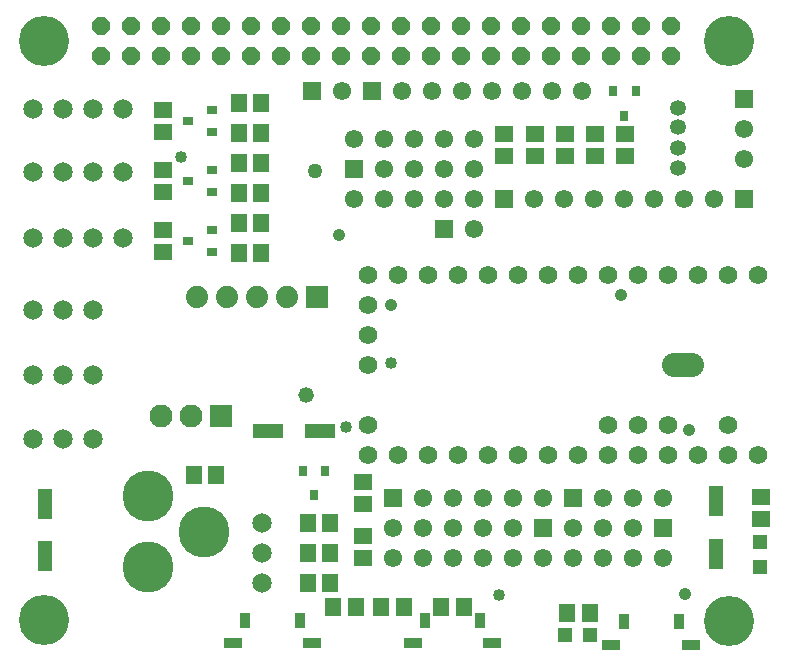
<source format=gts>
G04 DipTrace 3.1.0.1*
G04 TeensyArbotixXYZRPIV0.3.gts*
%MOIN*%
G04 #@! TF.FileFunction,Soldermask,Top*
G04 #@! TF.Part,Single*
%AMOUTLINE0*5,1,8,0,0,0.065199,-22.499571*%
%AMOUTLINE1*
4,1,4,
-0.0175,-0.025,
-0.0175,0.025,
0.0175,0.025,
0.0175,-0.025,
-0.0175,-0.025,
0*%
%AMOUTLINE2*
4,1,4,
0.0285,-0.0155,
-0.0285,-0.0155,
-0.0285,0.0155,
0.0285,0.0155,
0.0285,-0.0155,
0*%
%ADD13C,0.04*%
%ADD18C,0.05*%
%ADD29R,0.05X0.1*%
%ADD30R,0.1X0.05*%
%ADD36C,0.17*%
%ADD38C,0.065199*%
%ADD39R,0.047244X0.047244*%
%ADD40C,0.05315*%
%ADD41R,0.035433X0.031496*%
%ADD44R,0.031496X0.035433*%
%ADD47C,0.040004*%
%ADD49O,0.14X0.08*%
%ADD50C,0.06194*%
%ADD51R,0.074X0.074*%
%ADD52C,0.074*%
%ADD61C,0.167*%
%ADD63C,0.052*%
%ADD65C,0.042*%
%ADD77R,0.053181X0.061055*%
%ADD81C,0.076803*%
%ADD83R,0.076803X0.076803*%
%ADD97C,0.061055*%
%ADD99R,0.061055X0.061055*%
%ADD101R,0.061055X0.053181*%
%ADD111OUTLINE0*%
%ADD112OUTLINE1*%
%ADD113OUTLINE2*%
%FSLAX26Y26*%
G04*
G70*
G90*
G75*
G01*
G04 TopMask*
%LPD*%
D65*
X1513701Y1813701D3*
D63*
X1405634Y1282352D3*
D65*
X1688701Y1579654D3*
X2453701Y1613701D3*
X2681974Y1162998D3*
X2668701Y618701D3*
D61*
X2814961Y528402D3*
X531496Y531496D3*
Y2460630D3*
X2814961D3*
D13*
X1688701Y1388701D3*
X1538701Y1173701D3*
D18*
X1433701Y2028701D3*
D13*
X2048701Y613701D3*
X988701Y2073701D3*
D29*
X533701Y743701D3*
Y918701D3*
D30*
X1452492Y1159616D3*
X1277492D3*
D101*
X2063701Y2076299D3*
Y2151103D3*
X1593701Y811103D3*
Y736299D3*
D29*
X2770424Y926334D3*
Y751334D3*
D99*
X2193701Y838701D3*
D97*
Y738701D3*
X2093701Y838701D3*
Y738701D3*
X1993701Y838701D3*
Y738701D3*
X1893701Y838701D3*
Y738701D3*
X1793701Y838701D3*
Y738701D3*
X1693701Y838701D3*
Y738701D3*
D99*
Y938701D3*
D97*
X1793701D3*
X1893701D3*
X1993701D3*
X2093701D3*
X2193701D3*
D99*
X2593701Y838701D3*
D97*
Y738701D3*
X2493701Y838701D3*
Y738701D3*
X2393701Y838701D3*
Y738701D3*
X2293701Y838701D3*
Y738701D3*
D99*
Y938701D3*
D97*
X2393701D3*
X2493701D3*
X2593701D3*
D99*
X1563701Y2033701D3*
D97*
Y2133701D3*
X1663701Y2033701D3*
Y2133701D3*
X1763701Y2033701D3*
Y2133701D3*
X1863701Y2033701D3*
Y2133701D3*
X1963701Y2033701D3*
Y2133701D3*
D99*
X2863701Y2268701D3*
D97*
Y2168701D3*
Y2068701D3*
D36*
X878701Y943071D3*
Y706851D3*
X1063740Y824961D3*
D111*
X723229Y2410630D3*
Y2510630D3*
X823229Y2410630D3*
Y2510630D3*
X923229Y2410630D3*
Y2510630D3*
X1023229Y2410630D3*
Y2510630D3*
X1123229Y2410630D3*
Y2510630D3*
X1223229Y2410630D3*
Y2510630D3*
X1323229Y2410630D3*
Y2510630D3*
X1423229Y2410630D3*
Y2510630D3*
X1523229Y2410630D3*
Y2510630D3*
X1623229Y2410630D3*
Y2510630D3*
X1723229Y2410630D3*
Y2510630D3*
X1823229Y2410630D3*
Y2510630D3*
X1923229Y2410630D3*
Y2510630D3*
X2023229Y2410630D3*
Y2510630D3*
X2123229Y2410630D3*
Y2510630D3*
X2223229Y2410630D3*
Y2510630D3*
X2323229Y2410630D3*
Y2510630D3*
X2423229Y2410630D3*
Y2510630D3*
X2523229Y2410630D3*
Y2510630D3*
X2623229Y2410630D3*
Y2510630D3*
D38*
X493701Y1563701D3*
X593701D3*
X693701D3*
X493701Y1348701D3*
X593701D3*
X693701D3*
X493701Y1133701D3*
X593701D3*
X693701D3*
X1259574Y655848D3*
Y755848D3*
Y855848D3*
D99*
X2863701Y1933701D3*
D97*
X2763701D3*
X2663701D3*
X2563701D3*
X2463701D3*
X2363701D3*
X2263701D3*
X2163701D3*
D99*
X2063701D3*
D97*
X1963701D3*
X1863701D3*
X1763701D3*
X1663701D3*
X1563701D3*
D99*
X1423701Y2293701D3*
D97*
X1523701D3*
D99*
X1623701D3*
D97*
X1723701D3*
X1823701D3*
X1923701D3*
X2023701D3*
X2123701D3*
X2223701D3*
X2323701D3*
D99*
X1863701Y1833701D3*
D97*
X1963701D3*
D38*
X793701Y1803701D3*
X693701D3*
X593701D3*
X493701D3*
X793701Y2023701D3*
X693701D3*
X593701D3*
X493701D3*
X793701Y2233701D3*
X693701D3*
X593701D3*
X493701D3*
D39*
X2269324Y480973D3*
X2352002D3*
D40*
X2643701Y2238701D3*
Y2173701D3*
Y2103701D3*
Y2038701D3*
D39*
X2918701Y791395D3*
Y708718D3*
D41*
X1093071Y1956299D3*
Y2031103D3*
X1010394Y1993701D3*
D83*
X1122963Y1211487D3*
D81*
X1022963D3*
X922963D3*
D44*
X1468701Y1028701D3*
X1393898D3*
X1431299Y946024D3*
D41*
X1093071Y2156299D3*
Y2231103D3*
X1010394Y2193701D3*
D44*
X2503701Y2293701D3*
X2428898D3*
X2466299Y2211024D3*
D41*
X1093071Y1756299D3*
Y1831103D3*
X1010394Y1793701D3*
D77*
X1486103Y753701D3*
X1411299D3*
Y653701D3*
X1486103D3*
D101*
X928701Y1831103D3*
Y1756299D3*
X2923231Y866477D3*
Y941280D3*
D77*
X1106083Y1015138D3*
X1031280D3*
D101*
X1593701Y991103D3*
Y916299D3*
D77*
X1256103Y1953701D3*
X1181299D3*
X1411299Y853701D3*
X1486103D3*
X1856299Y573701D3*
X1931103D3*
X1656299D3*
X1731103D3*
X1571103D3*
X1496299D3*
D101*
X2368701Y2076299D3*
Y2151103D3*
D77*
X2276979Y553541D3*
X2351782D3*
X1256103Y2053701D3*
X1181299D3*
D101*
X928701Y2031103D3*
Y1956299D3*
D77*
X1256103Y2253701D3*
X1181299D3*
X1256103Y2153701D3*
X1181299D3*
D101*
X928701Y2156299D3*
Y2231103D3*
X2168701Y2076299D3*
Y2151103D3*
X2268701Y2076299D3*
Y2151103D3*
X2468701Y2076299D3*
Y2151103D3*
D77*
X1256103Y1753701D3*
X1181299D3*
X1256103Y1853701D3*
X1181299D3*
D112*
X2463701Y523701D3*
X2648701D3*
D113*
X2423201Y449201D3*
X2689201D3*
D47*
X2663404Y1380033D3*
D49*
D3*
D112*
X1801201Y528701D3*
X1986201D3*
D113*
X1760701Y454201D3*
X2026701D3*
D112*
X1201201Y528701D3*
X1386201D3*
D113*
X1160701Y454201D3*
X1426701D3*
D50*
X2913404Y1680033D3*
X2813404D3*
X2713404D3*
X2613404D3*
X2513404D3*
X2413404D3*
X2313404D3*
X2213404D3*
X2113404D3*
X2013404D3*
X1913404D3*
X1813404D3*
X1713404D3*
X1613404D3*
Y1380033D3*
Y1480033D3*
Y1580033D3*
Y1180033D3*
Y1080033D3*
X1713404D3*
X1813404D3*
X1913404D3*
X2013404D3*
X2113404D3*
X2213404D3*
X2313404D3*
X2413404D3*
X2513404D3*
X2613404D3*
X2713404D3*
X2813404D3*
X2913404D3*
X2813404Y1180033D3*
X2613404D3*
X2513404D3*
X2413404D3*
D51*
X1443335Y1607704D3*
D52*
X1343335D3*
X1243335D3*
X1043335D3*
X1143335D3*
M02*

</source>
